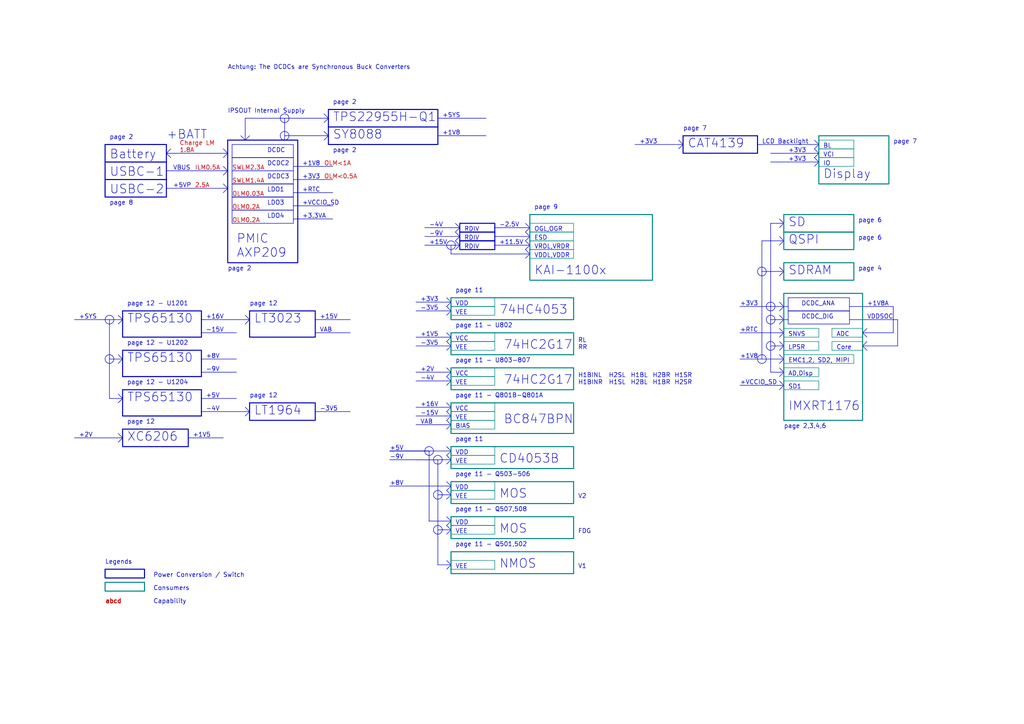
<source format=kicad_sch>
(kicad_sch (version 20230121) (generator eeschema)
  (paper "A4")
  (title_block (title "Sitina 1 Power Distribution Diagram") (date "2023-08-01") (rev "R0.1") (company "Copyright 2023 Anhang Li") (comment 2 "MERCHANTABILITY, SATISFACTORY QUALITY AND FITNESS FOR A PARTICULAR PURPOSE.") (comment 3 "This source is distributed WITHOUT ANY EXPRESS OR IMPLIED WARRANTY, INCLUDING OF") (comment 4 "This source describes Open Hardware and is licensed under the CERN-OHL-P v2."))
  (lib_symbols)
  (polyline (pts (xy 226.06 97.79) (xy 227.33 96.52)))
  (polyline (pts (xy 93.98 38.1) (xy 95.25 39.37)))
  (polyline (pts (xy 127 34.29) (xy 140.97 34.29)))
  (polyline (pts (xy 129.54 91.44) (xy 130.81 90.17)))
  (polyline (pts (xy 71.12 93.98) (xy 72.39 92.71)))
  (polyline (pts (xy 196.85 43.18) (xy 198.12 41.91)))
  (polyline (pts (xy 85.09 55.88) (xy 96.52 55.88)))
  (polyline (pts (xy 71.12 120.65) (xy 72.39 119.38)))
  (polyline (pts (xy 129.54 109.22) (xy 130.81 107.95)))
  (polyline (pts (xy 120.65 90.17) (xy 130.81 90.17)))
  (polyline (pts (xy 113.03 140.97) (xy 120.65 140.97)))
  (polyline (pts (xy 71.12 91.44) (xy 72.39 92.71)))
  (polyline (pts (xy 129.54 96.52) (xy 130.81 97.79)))
  (polyline (pts (xy 127 143.51) (xy 130.81 143.51)))
  (polyline (pts (xy 31.75 115.57) (xy 35.56 115.57)))
  (polyline (pts (xy 223.52 100.33) (xy 227.33 100.33)))
  (polyline (pts (xy 223.52 46.99) (xy 237.49 46.99)))
  (polyline (pts (xy 64.77 55.88) (xy 66.04 54.61)))
  (polyline (pts (xy 58.42 107.95) (xy 68.58 107.95)))
  (polyline (pts (xy 220.98 69.85) (xy 227.33 69.85)))
  (polyline (pts (xy 214.63 104.14) (xy 227.33 104.14)))
  (polyline (pts (xy 236.22 40.64) (xy 237.49 41.91)))
  (polyline (pts (xy 127 143.51) (xy 127 143.51)))
  (polyline (pts (xy 58.42 119.38) (xy 72.39 119.38)))
  (polyline (pts (xy 129.54 152.4) (xy 130.81 151.13)))
  (polyline (pts (xy 123.19 68.58) (xy 133.35 68.58)))
  (polyline (pts (xy 48.26 49.53) (xy 66.04 49.53)))
  (polyline (pts (xy 129.54 162.56) (xy 130.81 163.83)))
  (polyline (pts (xy 223.52 100.33) (xy 223.52 107.95)))
  (polyline (pts (xy 48.26 54.61) (xy 66.04 54.61)))
  (polyline (pts (xy 152.4 69.85) (xy 153.67 68.58)))
  (polyline (pts (xy 129.54 109.22) (xy 130.81 110.49)))
  (polyline (pts (xy 184.15 41.91) (xy 198.12 41.91)))
  (polyline (pts (xy 64.77 45.72) (xy 66.04 44.45)))
  (polyline (pts (xy 226.06 113.03) (xy 227.33 111.76)))
  (polyline (pts (xy 64.77 50.8) (xy 66.04 49.53)))
  (polyline (pts (xy 129.54 154.94) (xy 130.81 153.67)))
  (polyline (pts (xy 82.55 34.29) (xy 95.25 34.29)))
  (polyline (pts (xy 236.22 43.18) (xy 237.49 41.91)))
  (polyline (pts (xy 71.12 40.64) (xy 72.39 39.37)))
  (polyline (pts (xy 226.06 106.68) (xy 227.33 107.95)))
  (polyline (pts (xy 48.26 44.45) (xy 49.53 45.72)))
  (polyline (pts (xy 226.06 87.63) (xy 227.33 88.9)))
  (polyline (pts (xy 223.52 88.9) (xy 228.6 88.9)))
  (polyline (pts (xy 82.55 34.29) (xy 71.12 34.29)))
  (polyline (pts (xy 85.09 59.69) (xy 96.52 59.69)))
  (polyline (pts (xy 130.81 71.12) (xy 130.81 73.66)))
  (polyline (pts (xy 120.65 110.49) (xy 130.81 110.49)))
  (polyline (pts (xy 124.46 130.81) (xy 124.46 151.13)))
  (polyline (pts (xy 223.52 92.71) (xy 223.52 100.33)))
  (polyline (pts (xy 250.19 96.52) (xy 259.08 96.52)))
  (polyline (pts (xy 223.52 88.9) (xy 223.52 92.71)))
  (polyline (pts (xy 129.54 119.38) (xy 130.81 118.11)))
  (polyline (pts (xy 129.54 88.9) (xy 130.81 87.63)))
  (polyline (pts (xy 250.19 100.33) (xy 260.35 100.33)))
  (polyline (pts (xy 120.65 123.19) (xy 130.81 123.19)))
  (polyline (pts (xy 58.42 92.71) (xy 72.39 92.71)))
  (polyline (pts (xy 93.98 35.56) (xy 95.25 34.29)))
  (polyline (pts (xy 223.52 64.77) (xy 223.52 88.9)))
  (polyline (pts (xy 153.67 71.12) (xy 152.4 69.85)))
  (polyline (pts (xy 129.54 99.06) (xy 130.81 97.79)))
  (polyline (pts (xy 250.19 96.52) (xy 251.46 97.79)))
  (polyline (pts (xy 226.06 93.98) (xy 227.33 92.71)))
  (polyline (pts (xy 226.06 66.04) (xy 227.33 64.77)))
  (polyline (pts (xy 132.08 69.85) (xy 133.35 68.58)))
  (polyline (pts (xy 130.81 73.66) (xy 153.67 73.66)))
  (polyline (pts (xy 220.98 69.85) (xy 220.98 78.74)))
  (polyline (pts (xy 129.54 152.4) (xy 130.81 153.67)))
  (polyline (pts (xy 71.12 118.11) (xy 72.39 119.38)))
  (polyline (pts (xy 214.63 111.76) (xy 227.33 111.76)))
  (polyline (pts (xy 226.06 95.25) (xy 227.33 96.52)))
  (polyline (pts (xy 129.54 165.1) (xy 130.81 163.83)))
  (polyline (pts (xy 31.75 104.14) (xy 35.56 104.14)))
  (polyline (pts (xy 129.54 129.54) (xy 130.81 130.81)))
  (polyline (pts (xy 120.65 97.79) (xy 130.81 97.79)))
  (polyline (pts (xy 196.85 40.64) (xy 198.12 41.91)))
  (polyline (pts (xy 113.03 130.81) (xy 120.65 130.81)))
  (polyline (pts (xy 237.49 46.99) (xy 236.22 45.72)))
  (polyline (pts (xy 129.54 121.92) (xy 130.81 123.19)))
  (polyline (pts (xy 113.03 130.81) (xy 124.46 130.81)))
  (polyline (pts (xy 220.98 78.74) (xy 227.33 78.74)))
  (polyline (pts (xy 152.4 64.77) (xy 153.67 66.04)))
  (polyline (pts (xy 129.54 99.06) (xy 130.81 100.33)))
  (polyline (pts (xy 226.06 77.47) (xy 227.33 78.74)))
  (polyline (pts (xy 226.06 109.22) (xy 227.33 107.95)))
  (polyline (pts (xy 58.42 104.14) (xy 68.58 104.14)))
  (polyline (pts (xy 152.4 67.31) (xy 153.67 66.04)))
  (polyline (pts (xy 152.4 74.93) (xy 153.67 73.66)))
  (polyline (pts (xy 223.52 64.77) (xy 227.33 64.77)))
  (polyline (pts (xy 129.54 111.76) (xy 130.81 110.49)))
  (polyline (pts (xy 120.65 133.35) (xy 130.81 133.35)))
  (polyline (pts (xy 71.12 34.29) (xy 71.12 40.64)))
  (polyline (pts (xy 132.08 64.77) (xy 133.35 66.04)))
  (polyline (pts (xy 129.54 132.08) (xy 130.81 133.35)))
  (polyline (pts (xy 34.29 128.27) (xy 35.56 127)))
  (polyline (pts (xy 82.55 40.64) (xy 82.55 34.29)))
  (polyline (pts (xy 123.19 66.04) (xy 133.35 66.04)))
  (polyline (pts (xy 220.98 78.74) (xy 220.98 104.14)))
  (polyline (pts (xy 129.54 144.78) (xy 130.81 143.51)))
  (polyline (pts (xy 120.65 107.95) (xy 130.81 107.95)))
  (polyline (pts (xy 120.65 130.81) (xy 130.81 130.81)))
  (polyline (pts (xy 129.54 142.24) (xy 130.81 140.97)))
  (polyline (pts (xy 48.26 44.45) (xy 49.53 43.18)))
  (polyline (pts (xy 129.54 132.08) (xy 130.81 130.81)))
  (polyline (pts (xy 129.54 86.36) (xy 130.81 87.63)))
  (polyline (pts (xy 250.19 96.52) (xy 251.46 95.25)))
  (polyline (pts (xy 143.51 66.04) (xy 153.67 66.04)))
  (polyline (pts (xy 153.67 68.58) (xy 152.4 67.31)))
  (polyline (pts (xy 152.4 72.39) (xy 153.67 71.12)))
  (polyline (pts (xy 124.46 151.13) (xy 124.46 151.13)))
  (polyline (pts (xy 124.46 151.13) (xy 130.81 151.13)))
  (polyline (pts (xy 34.29 91.44) (xy 35.56 92.71)))
  (polyline (pts (xy 85.09 48.26) (xy 96.52 48.26)))
  (polyline (pts (xy 34.29 114.3) (xy 35.56 115.57)))
  (polyline (pts (xy 127 133.35) (xy 127 143.51)))
  (polyline (pts (xy 129.54 121.92) (xy 130.81 120.65)))
  (polyline (pts (xy 214.63 88.9) (xy 223.52 88.9)))
  (polyline (pts (xy 132.08 67.31) (xy 133.35 68.58)))
  (polyline (pts (xy 132.08 69.85) (xy 133.35 71.12)))
  (polyline (pts (xy 129.54 116.84) (xy 130.81 118.11)))
  (polyline (pts (xy 34.29 93.98) (xy 35.56 92.71)))
  (polyline (pts (xy 21.59 92.71) (xy 35.56 92.71)))
  (polyline (pts (xy 120.65 120.65) (xy 130.81 120.65)))
  (polyline (pts (xy 226.06 110.49) (xy 227.33 111.76)))
  (polyline (pts (xy 34.29 105.41) (xy 35.56 104.14)))
  (polyline (pts (xy 85.09 52.07) (xy 96.52 52.07)))
  (polyline (pts (xy 120.65 118.11) (xy 130.81 118.11)))
  (polyline (pts (xy 69.85 39.37) (xy 71.12 40.64)))
  (polyline (pts (xy 237.49 44.45) (xy 236.22 43.18)))
  (polyline (pts (xy 64.77 53.34) (xy 66.04 54.61)))
  (polyline (pts (xy 64.77 48.26) (xy 66.04 49.53)))
  (polyline (pts (xy 113.03 133.35) (xy 127 133.35)))
  (polyline (pts (xy 34.29 116.84) (xy 35.56 115.57)))
  (polyline (pts (xy 129.54 101.6) (xy 130.81 100.33)))
  (polyline (pts (xy 226.06 91.44) (xy 227.33 92.71)))
  (polyline (pts (xy 226.06 80.01) (xy 227.33 78.74)))
  (polyline (pts (xy 21.59 127) (xy 35.56 127)))
  (polyline (pts (xy 127 153.67) (xy 127 163.83)))
  (polyline (pts (xy 246.38 92.71) (xy 260.35 92.71)))
  (polyline (pts (xy 219.71 41.91) (xy 237.49 41.91)))
  (polyline (pts (xy 226.06 90.17) (xy 227.33 88.9)))
  (polyline (pts (xy 129.54 142.24) (xy 130.81 143.51)))
  (polyline (pts (xy 129.54 119.38) (xy 130.81 120.65)))
  (polyline (pts (xy 143.51 71.12) (xy 153.67 71.12)))
  (polyline (pts (xy 34.29 125.73) (xy 35.56 127)))
  (polyline (pts (xy 64.77 43.18) (xy 66.04 44.45)))
  (polyline (pts (xy 129.54 139.7) (xy 130.81 140.97)))
  (polyline (pts (xy 214.63 96.52) (xy 227.33 96.52)))
  (polyline (pts (xy 129.54 106.68) (xy 130.81 107.95)))
  (polyline (pts (xy 82.55 39.37) (xy 95.25 39.37)))
  (polyline (pts (xy 85.09 63.5) (xy 96.52 63.5)))
  (polyline (pts (xy 226.06 68.58) (xy 227.33 69.85)))
  (polyline (pts (xy 226.06 101.6) (xy 227.33 100.33)))
  (polyline (pts (xy 246.38 88.9) (xy 259.08 88.9)))
  (polyline (pts (xy 132.08 67.31) (xy 133.35 66.04)))
  (polyline (pts (xy 91.44 92.71) (xy 101.6 92.71)))
  (polyline (pts (xy 127 143.51) (xy 127 153.67)))
  (polyline (pts (xy 127 163.83) (xy 130.81 163.83)))
  (polyline (pts (xy 127 39.37) (xy 140.97 39.37)))
  (polyline (pts (xy 223.52 44.45) (xy 237.49 44.45)))
  (polyline (pts (xy 129.54 149.86) (xy 130.81 151.13)))
  (polyline (pts (xy 31.75 92.71) (xy 31.75 115.57)))
  (polyline (pts (xy 260.35 92.71) (xy 260.35 100.33)))
  (polyline (pts (xy 120.65 140.97) (xy 130.81 140.97)))
  (polyline (pts (xy 226.06 63.5) (xy 227.33 64.77)))
  (polyline (pts (xy 120.65 100.33) (xy 130.81 100.33)))
  (polyline (pts (xy 58.42 115.57) (xy 68.58 115.57)))
  (polyline (pts (xy 127 133.35) (xy 120.65 133.35)))
  (polyline (pts (xy 250.19 100.33) (xy 251.46 99.06)))
  (polyline (pts (xy 91.44 96.52) (xy 101.6 96.52)))
  (polyline (pts (xy 91.44 119.38) (xy 101.6 119.38)))
  (polyline (pts (xy 250.19 100.33) (xy 251.46 101.6)))
  (polyline (pts (xy 58.42 96.52) (xy 68.58 96.52)))
  (polyline (pts (xy 93.98 40.64) (xy 95.25 39.37)))
  (polyline (pts (xy 236.22 45.72) (xy 237.49 44.45)))
  (polyline (pts (xy 226.06 96.52) (xy 227.33 96.52)))
  (polyline (pts (xy 129.54 124.46) (xy 130.81 123.19)))
  (polyline (pts (xy 153.67 73.66) (xy 152.4 72.39)))
  (polyline (pts (xy 54.61 127) (xy 64.77 127)))
  (polyline (pts (xy 223.52 107.95) (xy 227.33 107.95)))
  (polyline (pts (xy 236.22 48.26) (xy 237.49 46.99)))
  (polyline (pts (xy 226.06 99.06) (xy 227.33 100.33)))
  (polyline (pts (xy 34.29 102.87) (xy 35.56 104.14)))
  (polyline (pts (xy 127 153.67) (xy 130.81 153.67)))
  (polyline (pts (xy 223.52 92.71) (xy 228.6 92.71)))
  (polyline (pts (xy 132.08 72.39) (xy 133.35 71.12)))
  (polyline (pts (xy 123.19 71.12) (xy 133.35 71.12)))
  (polyline (pts (xy 129.54 134.62) (xy 130.81 133.35)))
  (polyline (pts (xy 226.06 102.87) (xy 227.33 104.14)))
  (polyline (pts (xy 93.98 33.02) (xy 95.25 34.29)))
  (polyline (pts (xy 129.54 88.9) (xy 130.81 90.17)))
  (polyline (pts (xy 226.06 71.12) (xy 227.33 69.85)))
  (polyline (pts (xy 259.08 88.9) (xy 259.08 96.52)))
  (polyline (pts (xy 48.26 44.45) (xy 66.04 44.45)))
  (polyline (pts (xy 143.51 68.58) (xy 153.67 68.58)))
  (polyline (pts (xy 120.65 87.63) (xy 130.81 87.63)))
  (polyline (pts (xy 226.06 105.41) (xy 227.33 104.14)))
  (rectangle (start 130.81 142.24) (end 143.51 144.78) (stroke (width 0) (color 0 132 132 1)))
  (rectangle (start 241.3 95.25) (end 250.19 97.79) (stroke (width 0) (color 0 132 132 1)))
  (rectangle (start 95.25 31.75) (end 127 36.83) (stroke (width 0.3)))
  (rectangle (start 227.33 85.09) (end 250.19 121.92) (stroke (width 0.3) (color 0 132 132 1)))
  (rectangle (start 130.81 86.36) (end 143.51 88.9) (stroke (width 0) (color 0 132 132 1)))
  (rectangle (start 130.81 149.86) (end 166.37 156.21) (stroke (width 0.3) (color 0 132 132 1)))
  (rectangle (start 35.56 90.17) (end 58.42 97.79) (stroke (width 0.3)))
  (rectangle (start 67.31 41.91) (end 85.09 45.72))
  (rectangle (start 30.48 41.91) (end 48.26 46.99) (stroke (width 0.3)))
  (rectangle (start 153.67 62.23) (end 189.23 81.28) (stroke (width 0.3) (color 0 132 132 1)))
  (rectangle (start 67.31 45.72) (end 85.09 49.53))
  (rectangle (start 35.56 124.46) (end 54.61 129.54) (stroke (width 0.3)))
  (rectangle (start 30.48 165.1) (end 41.91 167.64) (stroke (width 0.3)))
  (rectangle (start 130.81 109.22) (end 143.51 111.76) (stroke (width 0) (color 0 132 132 1)))
  (rectangle (start 227.33 110.49) (end 237.49 113.03) (stroke (width 0) (color 0 132 132 1)))
  (rectangle (start 227.33 76.2) (end 247.65 81.28) (stroke (width 0.3) (color 0 132 132 1)))
  (rectangle (start 35.56 113.03) (end 58.42 120.65) (stroke (width 0.3)))
  (rectangle (start 133.35 69.85) (end 143.51 72.39) (stroke (width 0.3)))
  (rectangle (start 227.33 62.23) (end 247.65 67.31) (stroke (width 0.3) (color 0 132 132 1)))
  (rectangle (start 130.81 162.56) (end 143.51 165.1) (stroke (width 0) (color 0 132 132 1)))
  (circle (center 130.81 71.12) (radius 1.27))
  (rectangle (start 130.81 106.68) (end 143.51 109.22) (stroke (width 0) (color 0 132 132 1)))
  (rectangle (start 228.6 86.36) (end 246.38 90.17))
  (rectangle (start 227.33 102.87) (end 247.65 105.41) (stroke (width 0) (color 0 132 132 1)))
  (circle (center 31.75 92.71) (radius 1.27))
  (rectangle (start 67.31 53.34) (end 85.09 57.15))
  (rectangle (start 130.81 119.38) (end 143.51 121.92) (stroke (width 0) (color 0 132 132 1)))
  (rectangle (start 237.49 43.18) (end 247.65 45.72) (stroke (width 0) (color 0 132 132 1)))
  (rectangle (start 30.48 168.91) (end 41.91 171.45) (stroke (width 0.3) (color 0 132 132 1)))
  (rectangle (start 153.67 72.39) (end 166.37 74.93) (stroke (width 0) (color 0 132 132 1)))
  (rectangle (start 130.81 139.7) (end 143.51 142.24) (stroke (width 0) (color 0 132 132 1)))
  (rectangle (start 227.33 99.06) (end 237.49 101.6) (stroke (width 0) (color 0 132 132 1)))
  (rectangle (start 153.67 64.77) (end 166.37 67.31) (stroke (width 0) (color 0 132 132 1)))
  (rectangle (start 130.81 129.54) (end 143.51 132.08) (stroke (width 0) (color 0 132 132 1)))
  (rectangle (start 241.3 99.06) (end 250.19 101.6) (stroke (width 0) (color 0 132 132 1)))
  (rectangle (start 130.81 139.7) (end 166.37 146.05) (stroke (width 0.3) (color 0 132 132 1)))
  (rectangle (start 130.81 86.36) (end 166.37 92.71) (stroke (width 0.3) (color 0 132 132 1)))
  (rectangle (start 72.39 90.17) (end 91.44 97.79) (stroke (width 0.3)))
  (rectangle (start 130.81 96.52) (end 166.37 102.87) (stroke (width 0.3) (color 0 132 132 1)))
  (rectangle (start 66.04 40.64) (end 86.36 76.2) (stroke (width 0.3)))
  (circle (center 82.55 39.37) (radius 1.27))
  (rectangle (start 130.81 129.54) (end 166.37 135.89) (stroke (width 0.3) (color 0 132 132 1)))
  (rectangle (start 228.6 90.17) (end 246.38 93.98))
  (rectangle (start 67.31 60.96) (end 85.09 64.77))
  (circle (center 223.52 88.9) (radius 1.27))
  (rectangle (start 130.81 121.92) (end 143.51 124.46) (stroke (width 0) (color 0 132 132 1)))
  (rectangle (start 67.31 49.53) (end 85.09 53.34))
  (rectangle (start 237.49 39.37) (end 257.81 53.34) (stroke (width 0.3) (color 0 132 132 1)))
  (circle (center 223.52 100.33) (radius 1.27))
  (rectangle (start 227.33 67.31) (end 247.65 72.39) (stroke (width 0.3) (color 0 132 132 1)))
  (rectangle (start 30.48 52.07) (end 48.26 57.15) (stroke (width 0.3)))
  (rectangle (start 130.81 116.84) (end 166.37 125.73) (stroke (width 0.3) (color 0 132 132 1)))
  (circle (center 127 133.35) (radius 1.27))
  (rectangle (start 237.49 45.72) (end 247.65 48.26) (stroke (width 0) (color 0 132 132 1)))
  (rectangle (start 67.31 57.15) (end 85.09 60.96))
  (circle (center 31.75 104.14) (radius 1.27))
  (rectangle (start 130.81 116.84) (end 143.51 119.38) (stroke (width 0) (color 0 132 132 1)))
  (rectangle (start 153.67 69.85) (end 166.37 72.39) (stroke (width 0) (color 0 132 132 1)))
  (rectangle (start 198.12 39.37) (end 219.71 44.45) (stroke (width 0.3)))
  (circle (center 220.98 104.14) (radius 1.27))
  (rectangle (start 130.81 106.68) (end 166.37 113.03) (stroke (width 0.3) (color 0 132 132 1)))
  (rectangle (start 130.81 132.08) (end 143.51 134.62) (stroke (width 0) (color 0 132 132 1)))
  (rectangle (start 95.25 36.83) (end 127 41.91) (stroke (width 0.3)))
  (rectangle (start 227.33 106.68) (end 237.49 109.22) (stroke (width 0) (color 0 132 132 1)))
  (circle (center 127 153.67) (radius 1.27))
  (rectangle (start 130.81 152.4) (end 143.51 154.94) (stroke (width 0) (color 0 132 132 1)))
  (rectangle (start 130.81 160.02) (end 166.37 166.37) (stroke (width 0.3) (color 0 132 132 1)))
  (rectangle (start 133.35 64.77) (end 143.51 67.31) (stroke (width 0.3)))
  (rectangle (start 35.56 101.6) (end 58.42 109.22) (stroke (width 0.3)))
  (circle (center 82.55 34.29) (radius 1.27))
  (rectangle (start 30.48 46.99) (end 48.26 52.07) (stroke (width 0.3)))
  (circle (center 124.46 130.81) (radius 1.27))
  (rectangle (start 153.67 67.31) (end 166.37 69.85) (stroke (width 0) (color 0 132 132 1)))
  (rectangle (start 130.81 149.86) (end 143.51 152.4) (stroke (width 0) (color 0 132 132 1)))
  (rectangle (start 130.81 99.06) (end 143.51 101.6) (stroke (width 0) (color 0 132 132 1)))
  (rectangle (start 72.39 116.84) (end 91.44 121.92) (stroke (width 0.3)))
  (rectangle (start 227.33 95.25) (end 237.49 97.79) (stroke (width 0) (color 0 132 132 1)))
  (circle (center 127 143.51) (radius 1.27))
  (circle (center 220.98 78.74) (radius 1.27))
  (rectangle (start 130.81 96.52) (end 143.51 99.06) (stroke (width 0) (color 0 132 132 1)))
  (rectangle (start 133.35 67.31) (end 143.51 69.85) (stroke (width 0.3)))
  (rectangle (start 130.81 88.9) (end 143.51 91.44) (stroke (width 0) (color 0 132 132 1)))
  (rectangle (start 237.49 40.64) (end 247.65 43.18) (stroke (width 0) (color 0 132 132 1)))
  (circle (center 223.52 92.71) (radius 1.27))
  (text "USBC-1" (at 31.75 51.435 0) (effects (font (size 2.54 2.54)) (justify left bottom)))
  (text "XC6206" (at 36.83 128.27 0) (effects (font (size 2.54 2.54)) (justify left bottom)))
  (text "+3V3" (at 121.92 87.63 0) (effects (font (size 1.27 1.27)) (justify left bottom)))
  (text "+1V5" (at 55.88 127 0) (effects (font (size 1.27 1.27)) (justify left bottom)))
  (text "+3V3" (at 185.42 41.91 0) (effects (font (size 1.27 1.27)) (justify left bottom)))
  (text "+1V8" (at 128.27 39.37 0) (effects (font (size 1.27 1.27)) (justify left bottom)))
  (text "page 6" (at 248.92 64.77 0) (effects (font (size 1.27 1.27)) (justify left bottom)))
  (text "VCC" (at 132.08 119.38 0) (effects (font (size 1.27 1.27)) (justify left bottom)))
  (text "+16V" (at 121.92 118.11 0) (effects (font (size 1.27 1.27)) (justify left bottom)))
  (text "VCC" (at 132.08 99.06 0) (effects (font (size 1.27 1.27)) (justify left bottom)))
  (text "CAT4139" (at 199.39 43.18 0) (effects (font (size 2.54 2.54)) (justify left bottom)))
  (text "page 2" (at 96.52 44.45 0) (effects (font (size 1.27 1.27)) (justify left bottom)))
  (text "+8V" (at 113.03 140.97 0) (effects (font (size 1.27 1.27)) (justify left bottom)))
  (text "MOS" (at 144.78 144.78 0) (effects (font (size 2.54 2.54)) (justify left bottom)))
  (text "-9V" (at 113.03 133.35 0) (effects (font (size 1.27 1.27)) (justify left bottom)))
  (text "SY8088" (at 96.52 40.64 0) (effects (font (size 2.54 2.54)) (justify left bottom)))
  (text "page 11 - Q501,502" (at 132.08 158.75 0) (effects (font (size 1.27 1.27)) (justify left bottom)))
  (text "QSPI" (at 228.6 71.12 0) (effects (font (size 2.54 2.54)) (justify left bottom)))
  (text "-2.5V" (at 144.78 66.04 0) (effects (font (size 1.27 1.27)) (justify left bottom)))
  (text "page 2" (at 66.04 78.74 0) (effects (font (size 1.27 1.27)) (justify left bottom)))
  (text "page 12" (at 72.39 88.9 0) (effects (font (size 1.27 1.27)) (justify left bottom)))
  (text "AD,Disp" (at 228.6 109.22 0) (effects (font (size 1.27 1.27)) (justify left bottom)))
  (text "page 2,3,4,6" (at 227.33 124.46 0) (effects (font (size 1.27 1.27)) (justify left bottom)))
  (text "page 7" (at 259.08 41.91 0) (effects (font (size 1.27 1.27)) (justify left bottom)))
  (text "LDO1" (at 77.47 55.88 0) (effects (font (size 1.27 1.27)) (justify left bottom)))
  (text "+3V3" (at 214.63 88.9 0) (effects (font (size 1.27 1.27)) (justify left bottom)))
  (text "USBC-2" (at 31.75 56.515 0) (effects (font (size 2.54 2.54)) (justify left bottom)))
  (text "Consumers" (at 44.45 171.45 0) (effects (font (size 1.27 1.27)) (justify left bottom)))
  (text "ADC" (at 242.57 97.79 0) (effects (font (size 1.27 1.27)) (justify left bottom)))
  (text "page 11 - Q503-506" (at 132.08 138.43 0) (effects (font (size 1.27 1.27)) (justify left bottom)))
  (text "VEE" (at 132.08 154.94 0) (effects (font (size 1.27 1.27)) (justify left bottom)))
  (text "Display" (at 238.76 52.07 0) (effects (font (size 2.54 2.54)) (justify left bottom)))
  (text "OGL,OGR" (at 154.94 67.31 0) (effects (font (size 1.27 1.27)) (justify left bottom)))
  (text "abcd" (at 30.48 175.26 0) (effects (font (size 1.27 1.27) (thickness 0.254) bold) (justify left bottom)))
  (text "+SYS" (at 128.27 34.29 0) (effects (font (size 1.27 1.27)) (justify left bottom)))
  (text "VAB" (at 121.92 123.19 0) (effects (font (size 1.27 1.27)) (justify left bottom)))
  (text "+8V" (at 59.69 104.14 0) (effects (font (size 1.27 1.27)) (justify left bottom)))
  (text "VDDSOC" (at 251.46 92.71 0) (effects (font (size 1.27 1.27)) (justify left bottom)))
  (text "Achtung: The DCDCs are Synchronous Buck Converters" (at 66.04 20.32 0) (effects (font (size 1.27 1.27)) (justify left bottom)))
  (text "-3V5" (at 121.92 100.33 0) (effects (font (size 1.27 1.27)) (justify left bottom)))
  (text "VDDL,VDDR" (at 154.94 74.93 0) (effects (font (size 1.27 1.27)) (justify left bottom)))
  (text "+1V5" (at 121.92 97.79 0) (effects (font (size 1.27 1.27)) (justify left bottom)))
  (text "-3V5" (at 121.92 90.17 0) (effects (font (size 1.27 1.27)) (justify left bottom)))
  (text "page 9" (at 154.94 60.96 0) (effects (font (size 1.27 1.27)) (justify left bottom)))
  (text "LT3023" (at 73.66 93.98 0) (effects (font (size 2.54 2.54)) (justify left bottom)))
  (text "page 4" (at 248.92 78.74 0) (effects (font (size 1.27 1.27)) (justify left bottom)))
  (text "74HC2G17" (at 146.05 111.76 0) (effects (font (size 2.54 2.54)) (justify left bottom)))
  (text "-9V" (at 124.46 68.58 0) (effects (font (size 1.27 1.27)) (justify left bottom)))
  (text "page 6" (at 248.92 69.85 0) (effects (font (size 1.27 1.27)) (justify left bottom)))
  (text "page 12 - U1204" (at 36.83 111.76 0) (effects (font (size 1.27 1.27)) (justify left bottom)))
  (text "VDD" (at 132.08 132.08 0) (effects (font (size 1.27 1.27)) (justify left bottom)))
  (text "page 11 - Q507,508" (at 132.08 148.59 0) (effects (font (size 1.27 1.27)) (justify left bottom)))
  (text "V1" (at 167.64 165.1 0) (effects (font (size 1.27 1.27)) (justify left bottom)))
  (text "VEE" (at 132.08 111.76 0) (effects (font (size 1.27 1.27)) (justify left bottom)))
  (text "OLM0.2A" (at 67.31 60.96 0) (effects (font (size 1.27 1.27)) (justify left bottom)))
  (text "SDRAM" (at 228.6 80.01 0) (effects (font (size 2.54 2.54)) (justify left bottom)))
  (text "page 11" (at 132.08 85.09 0) (effects (font (size 1.27 1.27)) (justify left bottom)))
  (text "-4V" (at 124.46 66.04 0) (effects (font (size 1.27 1.27)) (justify left bottom)))
  (text "RDIV" (at 134.62 67.31 0) (effects (font (size 1.27 1.27)) (justify left bottom)))
  (text "2.5A" (at 56.515 54.61 0) (effects (font (size 1.27 1.27)) (justify left bottom)))
  (text "OLM0.03A" (at 67.31 57.15 0) (effects (font (size 1.27 1.27)) (justify left bottom)))
  (text "VCI" (at 238.76 45.72 0) (effects (font (size 1.27 1.27)) (justify left bottom)))
  (text "VEE" (at 132.08 134.62 0) (effects (font (size 1.27 1.27)) (justify left bottom)))
  (text "page 11 - U803-807" (at 132.08 105.41 0) (effects (font (size 1.27 1.27)) (justify left bottom)))
  (text "-4V" (at 59.69 119.38 0) (effects (font (size 1.27 1.27)) (justify left bottom)))
  (text "DCDC" (at 77.47 44.45 0) (effects (font (size 1.27 1.27)) (justify left bottom)))
  (text "OLM0.2A" (at 67.31 64.77 0) (effects (font (size 1.27 1.27)) (justify left bottom)))
  (text "-9V" (at 59.69 107.95 0) (effects (font (size 1.27 1.27)) (justify left bottom)))
  (text "CD4053B" (at 144.78 134.62 0) (effects (font (size 2.54 2.54)) (justify left bottom)))
  (text "LCD Backlight" (at 220.98 41.91 0) (effects (font (size 1.27 1.27)) (justify left bottom)))
  (text "page 12 - U1201" (at 36.83 88.9 0) (effects (font (size 1.27 1.27)) (justify left bottom)))
  (text "IPSOUT Internal Supply" (at 66.04 33.02 0) (effects (font (size 1.27 1.27)) (justify left bottom)))
  (text "LPSR" (at 228.6 101.6 0) (effects (font (size 1.27 1.27)) (justify left bottom)))
  (text "NMOS" (at 144.78 165.1 0) (effects (font (size 2.54 2.54)) (justify left bottom)))
  (text "page 11" (at 132.08 128.27 0) (effects (font (size 1.27 1.27)) (justify left bottom)))
  (text "VEE" (at 132.08 91.44 0) (effects (font (size 1.27 1.27)) (justify left bottom)))
  (text "+3V3" (at 228.6 44.45 0) (effects (font (size 1.27 1.27)) (justify left bottom)))
  (text "+5V" (at 59.69 115.57 0) (effects (font (size 1.27 1.27)) (justify left bottom)))
  (text "DCDC2" (at 77.47 48.26 0) (effects (font (size 1.27 1.27)) (justify left bottom)))
  (text "SD" (at 228.6 66.04 0) (effects (font (size 2.54 2.54)) (justify left bottom)))
  (text "+RTC" (at 214.63 96.52 0) (effects (font (size 1.27 1.27)) (justify left bottom)))
  (text "V2" (at 167.64 144.78 0) (effects (font (size 1.27 1.27)) (justify left bottom)))
  (text "PMIC\nAXP209" (at 68.58 74.93 0) (effects (font (size 2.54 2.54)) (justify left bottom)))
  (text "H2BR\nH1BR" (at 189.23 111.76 0) (effects (font (size 1.27 1.27)) (justify left bottom)))
  (text "TPS65130" (at 36.83 93.98 0) (effects (font (size 2.54 2.54)) (justify left bottom)))
  (text "EMC1,2, SD2, MIPI" (at 228.6 105.41 0) (effects (font (size 1.27 1.27)) (justify left bottom)))
  (text "VEE" (at 132.08 165.1 0) (effects (font (size 1.27 1.27)) (justify left bottom)))
  (text "VDD" (at 132.08 88.9 0) (effects (font (size 1.27 1.27)) (justify left bottom)))
  (text "page 12" (at 36.83 123.19 0) (effects (font (size 1.27 1.27)) (justify left bottom)))
  (text "ILM0.5A" (at 56.515 49.53 0) (effects (font (size 1.27 1.27)) (justify left bottom)))
  (text "Capability" (at 44.45 175.26 0) (effects (font (size 1.27 1.27)) (justify left bottom)))
  (text "+5VP" (at 50.165 54.61 0) (effects (font (size 1.27 1.27)) (justify left bottom)))
  (text "+RTC" (at 87.63 55.88 0) (effects (font (size 1.27 1.27)) (justify left bottom)))
  (text "Power Conversion / Switch" (at 44.45 167.64 0) (effects (font (size 1.27 1.27)) (justify left bottom)))
  (text "ESD" (at 154.94 69.85 0) (effects (font (size 1.27 1.27)) (justify left bottom)))
  (text "VEE" (at 132.08 101.6 0) (effects (font (size 1.27 1.27)) (justify left bottom)))
  (text "+VCCIO_SD" (at 87.63 59.69 0) (effects (font (size 1.27 1.27)) (justify left bottom)))
  (text "VDD" (at 132.08 142.24 0) (effects (font (size 1.27 1.27)) (justify left bottom)))
  (text "page 2" (at 96.52 30.48 0) (effects (font (size 1.27 1.27)) (justify left bottom)))
  (text "DCDC_ANA" (at 232.41 88.9 0) (effects (font (size 1.27 1.27)) (justify left bottom)))
  (text "-15V" (at 121.92 120.65 0) (effects (font (size 1.27 1.27)) (justify left bottom)))
  (text "BC847BPN" (at 146.05 123.19 0) (effects (font (size 2.54 2.54)) (justify left bottom)))
  (text "LT1964" (at 73.66 120.65 0) (effects (font (size 2.54 2.54)) (justify left bottom)))
  (text "page 8" (at 31.75 59.69 0) (effects (font (size 1.27 1.27)) (justify left bottom)))
  (text "+SYS" (at 22.86 92.71 0) (effects (font (size 1.27 1.27)) (justify left bottom)))
  (text "+3V3" (at 87.63 52.07 0) (effects (font (size 1.27 1.27)) (justify left bottom)))
  (text "TPS65130" (at 36.83 116.84 0) (effects (font (size 2.54 2.54)) (justify left bottom)))
  (text "OLM<1A" (at 93.98 48.26 0) (effects (font (size 1.27 1.27)) (justify left bottom)))
  (text "RDIV" (at 134.62 72.39 0) (effects (font (size 1.27 1.27)) (justify left bottom)))
  (text "BL" (at 238.76 43.18 0) (effects (font (size 1.27 1.27)) (justify left bottom)))
  (text "Battery" (at 31.75 46.355 0) (effects (font (size 2.54 2.54)) (justify left bottom)))
  (text "Legends" (at 30.48 163.83 0) (effects (font (size 1.27 1.27)) (justify left bottom)))
  (text "Core" (at 242.57 101.6 0) (effects (font (size 1.27 1.27)) (justify left bottom)))
  (text "page 11 - Q801B-Q801A" (at 132.08 115.57 0) (effects (font (size 1.27 1.27)) (justify left bottom)))
  (text "H1BL\nH2BL" (at 182.88 111.76 0) (effects (font (size 1.27 1.27)) (justify left bottom)))
  (text "page 11 - U802" (at 132.08 95.25 0) (effects (font (size 1.27 1.27)) (justify left bottom)))
  (text "74HC2G17" (at 146.05 101.6 0) (effects (font (size 2.54 2.54)) (justify left bottom)))
  (text "VEE" (at 132.08 121.92 0) (effects (font (size 1.27 1.27)) (justify left bottom)))
  (text "+BATT" (at 48.26 40.64 0) (effects (font (size 2.54 2.54)) (justify left bottom)))
  (text "SWLM2.3A" (at 67.31 49.53 0) (effects (font (size 1.27 1.27)) (justify left bottom)))
  (text "SWLM1.4A" (at 67.31 53.34 0) (effects (font (size 1.27 1.27)) (justify left bottom)))
  (text "VRDL,VRDR" (at 154.94 72.39 0) (effects (font (size 1.27 1.27)) (justify left bottom)))
  (text "H1BINL\nH1BINR" (at 167.64 111.76 0) (effects (font (size 1.27 1.27)) (justify left bottom)))
  (text "+15V" (at 92.71 92.71 0) (effects (font (size 1.27 1.27)) (justify left bottom)))
  (text "IMXRT1176" (at 228.6 119.38 0) (effects (font (size 2.54 2.54)) (justify left bottom)))
  (text "Charge LM\n1.8A" (at 52.07 44.45 0) (effects (font (size 1.27 1.27)) (justify left bottom)))
  (text "+16V" (at 59.69 92.71 0) (effects (font (size 1.27 1.27)) (justify left bottom)))
  (text "VEE" (at 132.08 144.78 0) (effects (font (size 1.27 1.27)) (justify left bottom)))
  (text "VCC" (at 132.08 109.22 0) (effects (font (size 1.27 1.27)) (justify left bottom)))
  (text "+3.3VA" (at 87.63 63.5 0) (effects (font (size 1.27 1.27)) (justify left bottom)))
  (text "RDIV" (at 134.62 69.85 0) (effects (font (size 1.27 1.27)) (justify left bottom)))
  (text "+15V" (at 124.46 71.12 0) (effects (font (size 1.27 1.27)) (justify left bottom)))
  (text "page 7" (at 198.12 38.1 0) (effects (font (size 1.27 1.27)) (justify left bottom)))
  (text "TPS65130" (at 36.83 105.41 0) (effects (font (size 2.54 2.54)) (justify left bottom)))
  (text "+3V3" (at 228.6 46.99 0) (effects (font (size 1.27 1.27)) (justify left bottom)))
  (text "BIAS" (at 132.08 124.46 0) (effects (font (size 1.27 1.27)) (justify left bottom)))
  (text "SD1" (at 228.6 113.03 0) (effects (font (size 1.27 1.27)) (justify left bottom)))
  (text "VAB" (at 92.71 96.52 0) (effects (font (size 1.27 1.27)) (justify left bottom)))
  (text "VDD" (at 132.08 152.4 0) (effects (font (size 1.27 1.27)) (justify left bottom)))
  (text "H2SL\nH1SL" (at 176.53 111.76 0) (effects (font (size 1.27 1.27)) (justify left bottom)))
  (text "+2V" (at 22.86 127 0) (effects (font (size 1.27 1.27)) (justify left bottom)))
  (text "MOS" (at 144.78 154.94 0) (effects (font (size 2.54 2.54)) (justify left bottom)))
  (text "page 2" (at 31.75 40.64 0) (effects (font (size 1.27 1.27)) (justify left bottom)))
  (text "-3V5" (at 92.71 119.38 0) (effects (font (size 1.27 1.27)) (justify left bottom)))
  (text "page 12" (at 72.39 115.57 0) (effects (font (size 1.27 1.27)) (justify left bottom)))
  (text "-15V" (at 59.69 96.52 0) (effects (font (size 1.27 1.27)) (justify left bottom)))
  (text "DCDC_DIG" (at 232.41 92.71 0) (effects (font (size 1.27 1.27)) (justify left bottom)))
  (text "+1V8" (at 87.63 48.26 0) (effects (font (size 1.27 1.27)) (justify left bottom)))
  (text "page 12 - U1202" (at 36.83 100.33 0) (effects (font (size 1.27 1.27)) (justify left bottom)))
  (text "H1SR\nH2SR" (at 195.58 111.76 0) (effects (font (size 1.27 1.27)) (justify left bottom)))
  (text "VBUS" (at 50.165 49.53 0) (effects (font (size 1.27 1.27)) (justify left bottom)))
  (text "74HC4053" (at 144.78 91.44 0) (effects (font (size 2.54 2.54)) (justify left bottom)))
  (text "LDO3" (at 77.47 59.69 0) (effects (font (size 1.27 1.27)) (justify left bottom)))
  (text "+11.5V" (at 144.78 71.12 0) (effects (font (size 1.27 1.27)) (justify left bottom)))
  (text "IO" (at 238.76 48.26 0) (effects (font (size 1.27 1.27)) (justify left bottom)))
  (text "+5V" (at 113.03 130.81 0) (effects (font (size 1.27 1.27)) (justify left bottom)))
  (text "KAI-1100x" (at 154.94 80.01 0) (effects (font (size 2.54 2.54)) (justify left bottom)))
  (text "FDG" (at 167.64 154.94 0) (effects (font (size 1.27 1.27)) (justify left bottom)))
  (text "-4V" (at 121.92 110.49 0) (effects (font (size 1.27 1.27)) (justify left bottom)))
  (text "+VCCIO_SD" (at 214.63 111.76 0) (effects (font (size 1.27 1.27)) (justify left bottom)))
  (text "+2V" (at 121.92 107.95 0) (effects (font (size 1.27 1.27)) (justify left bottom)))
  (text "RL\nRR" (at 167.64 101.6 0) (effects (font (size 1.27 1.27)) (justify left bottom)))
  (text "+1V8" (at 214.63 104.14 0) (effects (font (size 1.27 1.27)) (justify left bottom)))
  (text "OLM<0.5A" (at 93.98 52.07 0) (effects (font (size 1.27 1.27)) (justify left bottom)))
  (text "TPS22955H-Q1" (at 96.52 35.56 0) (effects (font (size 2.54 2.54)) (justify left bottom)))
  (text "SNVS" (at 228.6 97.79 0) (effects (font (size 1.27 1.27)) (justify left bottom)))
  (text "DCDC3" (at 77.47 52.07 0) (effects (font (size 1.27 1.27)) (justify left bottom)))
  (text "+1V8A" (at 251.46 88.9 0) (effects (font (size 1.27 1.27)) (justify left bottom)))
  (text "LDO4" (at 77.47 63.5 0) (effects (font (size 1.27 1.27)) (justify left bottom)))
)
</source>
